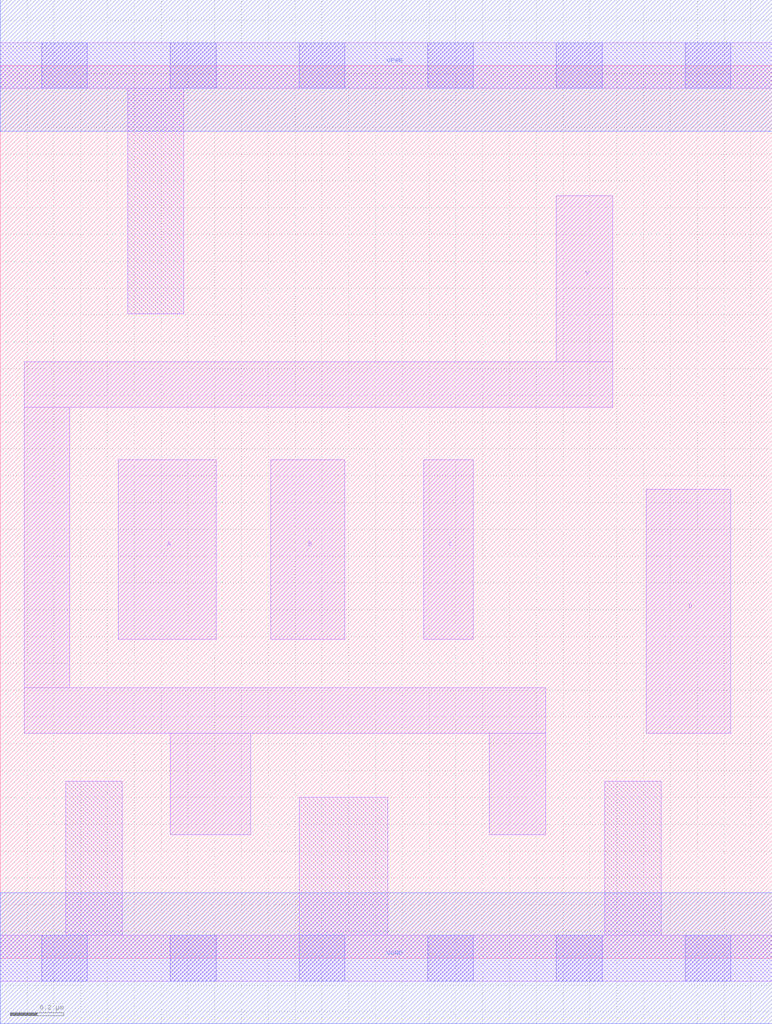
<source format=lef>
# Copyright 2020 The SkyWater PDK Authors
#
# Licensed under the Apache License, Version 2.0 (the "License");
# you may not use this file except in compliance with the License.
# You may obtain a copy of the License at
#
#     https://www.apache.org/licenses/LICENSE-2.0
#
# Unless required by applicable law or agreed to in writing, software
# distributed under the License is distributed on an "AS IS" BASIS,
# WITHOUT WARRANTIES OR CONDITIONS OF ANY KIND, either express or implied.
# See the License for the specific language governing permissions and
# limitations under the License.
#
# SPDX-License-Identifier: Apache-2.0

VERSION 5.7 ;
  NOWIREEXTENSIONATPIN ON ;
  DIVIDERCHAR "/" ;
  BUSBITCHARS "[]" ;
UNITS
  DATABASE MICRONS 200 ;
END UNITS
MACRO sky130_fd_sc_lp__nor4_m
  CLASS CORE ;
  FOREIGN sky130_fd_sc_lp__nor4_m ;
  ORIGIN  0.000000  0.000000 ;
  SIZE  2.880000 BY  3.330000 ;
  SYMMETRY X Y R90 ;
  SITE unit ;
  PIN A
    ANTENNAGATEAREA  0.126000 ;
    DIRECTION INPUT ;
    USE SIGNAL ;
    PORT
      LAYER li1 ;
        RECT 0.440000 1.190000 0.805000 1.860000 ;
    END
  END A
  PIN B
    ANTENNAGATEAREA  0.126000 ;
    DIRECTION INPUT ;
    USE SIGNAL ;
    PORT
      LAYER li1 ;
        RECT 1.010000 1.190000 1.285000 1.860000 ;
    END
  END B
  PIN C
    ANTENNAGATEAREA  0.126000 ;
    DIRECTION INPUT ;
    USE SIGNAL ;
    PORT
      LAYER li1 ;
        RECT 1.580000 1.190000 1.765000 1.860000 ;
    END
  END C
  PIN D
    ANTENNAGATEAREA  0.126000 ;
    DIRECTION INPUT ;
    USE SIGNAL ;
    PORT
      LAYER li1 ;
        RECT 2.410000 0.840000 2.725000 1.750000 ;
    END
  END D
  PIN Y
    ANTENNADIFFAREA  0.346500 ;
    DIRECTION OUTPUT ;
    USE SIGNAL ;
    PORT
      LAYER li1 ;
        RECT 0.090000 0.840000 2.035000 1.010000 ;
        RECT 0.090000 1.010000 0.260000 2.055000 ;
        RECT 0.090000 2.055000 2.285000 2.225000 ;
        RECT 0.635000 0.460000 0.935000 0.840000 ;
        RECT 1.825000 0.460000 2.035000 0.840000 ;
        RECT 2.075000 2.225000 2.285000 2.845000 ;
    END
  END Y
  PIN VGND
    DIRECTION INOUT ;
    USE GROUND ;
    PORT
      LAYER met1 ;
        RECT 0.000000 -0.245000 2.880000 0.245000 ;
    END
  END VGND
  PIN VPWR
    DIRECTION INOUT ;
    USE POWER ;
    PORT
      LAYER met1 ;
        RECT 0.000000 3.085000 2.880000 3.575000 ;
    END
  END VPWR
  OBS
    LAYER li1 ;
      RECT 0.000000 -0.085000 2.880000 0.085000 ;
      RECT 0.000000  3.245000 2.880000 3.415000 ;
      RECT 0.245000  0.085000 0.455000 0.660000 ;
      RECT 0.475000  2.405000 0.685000 3.245000 ;
      RECT 1.115000  0.085000 1.445000 0.600000 ;
      RECT 2.255000  0.085000 2.465000 0.660000 ;
    LAYER mcon ;
      RECT 0.155000 -0.085000 0.325000 0.085000 ;
      RECT 0.155000  3.245000 0.325000 3.415000 ;
      RECT 0.635000 -0.085000 0.805000 0.085000 ;
      RECT 0.635000  3.245000 0.805000 3.415000 ;
      RECT 1.115000 -0.085000 1.285000 0.085000 ;
      RECT 1.115000  3.245000 1.285000 3.415000 ;
      RECT 1.595000 -0.085000 1.765000 0.085000 ;
      RECT 1.595000  3.245000 1.765000 3.415000 ;
      RECT 2.075000 -0.085000 2.245000 0.085000 ;
      RECT 2.075000  3.245000 2.245000 3.415000 ;
      RECT 2.555000 -0.085000 2.725000 0.085000 ;
      RECT 2.555000  3.245000 2.725000 3.415000 ;
  END
END sky130_fd_sc_lp__nor4_m
END LIBRARY

</source>
